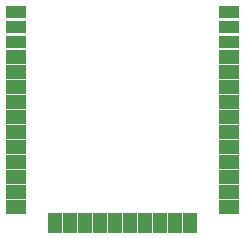
<source format=gts>
G04*
G04 #@! TF.GenerationSoftware,Altium Limited,Altium Designer,18.0.11 (651)*
G04*
G04 Layer_Color=8388736*
%FSAX44Y44*%
%MOMM*%
G71*
G01*
G75*
%ADD11R,1.7032X1.1032*%
%ADD12R,1.7032X1.1532*%
%ADD13R,1.1532X1.7032*%
D11*
X00879696Y00908000D02*
D03*
Y00895300D02*
D03*
Y00882600D02*
D03*
X01060196D02*
D03*
Y00895300D02*
D03*
Y00908000D02*
D03*
D12*
X00879696Y00869900D02*
D03*
Y00857200D02*
D03*
Y00844500D02*
D03*
Y00831800D02*
D03*
Y00819100D02*
D03*
Y00806400D02*
D03*
Y00793700D02*
D03*
Y00781000D02*
D03*
Y00768300D02*
D03*
Y00755600D02*
D03*
Y00742900D02*
D03*
X01060196D02*
D03*
Y00755600D02*
D03*
Y00768300D02*
D03*
Y00781000D02*
D03*
Y00793700D02*
D03*
Y00806400D02*
D03*
Y00819100D02*
D03*
Y00831800D02*
D03*
Y00844500D02*
D03*
Y00857200D02*
D03*
Y00869900D02*
D03*
D13*
X00912796Y00728900D02*
D03*
X00925496D02*
D03*
X00938196D02*
D03*
X00950896D02*
D03*
X00963596D02*
D03*
X00976296D02*
D03*
X00988996D02*
D03*
X01001696D02*
D03*
X01014396D02*
D03*
X01027096D02*
D03*
M02*

</source>
